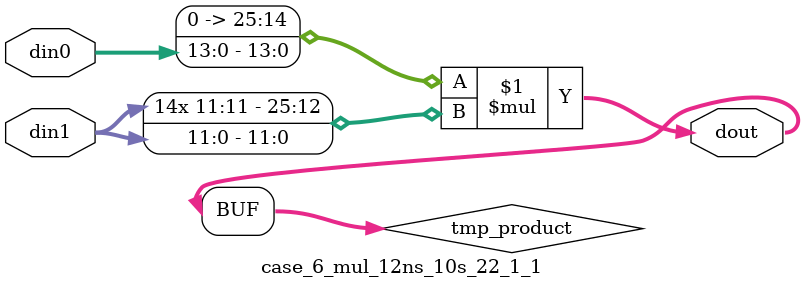
<source format=v>

`timescale 1 ns / 1 ps

 (* use_dsp = "no" *)  module case_6_mul_12ns_10s_22_1_1(din0, din1, dout);
parameter ID = 1;
parameter NUM_STAGE = 0;
parameter din0_WIDTH = 14;
parameter din1_WIDTH = 12;
parameter dout_WIDTH = 26;

input [din0_WIDTH - 1 : 0] din0; 
input [din1_WIDTH - 1 : 0] din1; 
output [dout_WIDTH - 1 : 0] dout;

wire signed [dout_WIDTH - 1 : 0] tmp_product;

























assign tmp_product = $signed({1'b0, din0}) * $signed(din1);










assign dout = tmp_product;





















endmodule

</source>
